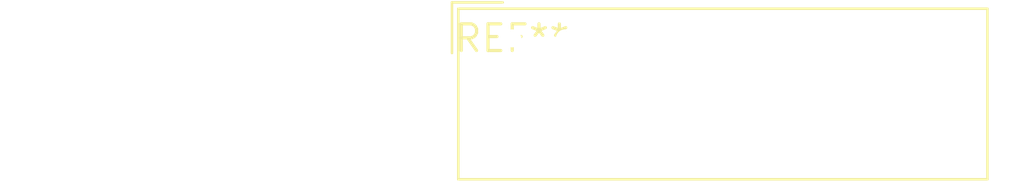
<source format=kicad_pcb>
(kicad_pcb (version 20240108) (generator pcbnew)
  (layers (0 "F.Cu" signal) (31 "B.Cu" signal) (34 "B.Paste" user) (35 "F.Paste" user) (36 "B.SilkS" user "B.Silkscreen") (37 "F.SilkS" user "F.Silkscreen") (38 "B.Mask" user) (39 "F.Mask" user) (44 "Edge.Cuts" user))
  (net 0 "")
  (footprint "Molex_SPOX_5268-09A_1x09_P2.50mm_Horizontal" (layer "F.Cu") (at 0 0)
    (property "Reference" "REF**")
    (property "Value" "Molex_SPOX_5268-09A_1x09_P2.50mm_Horizontal")
    (fp_line (start -2.86 -1.71) (end -0.45 -1.71) (layer "F.SilkS") (stroke (width 0.12)))
    (fp_line (start -2.86 0.7) (end -2.86 -1.71) (layer "F.SilkS") (stroke (width 0.12)))
    (fp_line (start -2.56 -1.41) (end -2.56 6.71) (layer "F.SilkS") (stroke (width 0.12)))
    (fp_line (start -2.56 6.71) (end 22.56 6.71) (layer "F.SilkS") (stroke (width 0.12)))
    (fp_line (start 22.56 -1.41) (end -2.56 -1.41) (layer "F.SilkS") (stroke (width 0.12)))
    (fp_line (start 22.56 6.71) (end 22.56 -1.41) (layer "F.SilkS") (stroke (width 0.12)))
    (pad "1" thru_hole roundrect (at 0 0) (size 1.7 1.85) (drill 0.85) (layers *.Cu *.Mask) (remove_unused_layers) (roundrect_rratio 0.147059))
    (pad "2" thru_hole oval (at 2.5 0) (size 1.7 1.85) (drill 0.85) (layers *.Cu *.Mask) (remove_unused_layers))
    (pad "3" thru_hole oval (at 5 0) (size 1.7 1.85) (drill 0.85) (layers *.Cu *.Mask) (remove_unused_layers))
    (pad "4" thru_hole oval (at 7.5 0) (size 1.7 1.85) (drill 0.85) (layers *.Cu *.Mask) (remove_unused_layers))
    (pad "5" thru_hole oval (at 10 0) (size 1.7 1.85) (drill 0.85) (layers *.Cu *.Mask) (remove_unused_layers))
    (pad "6" thru_hole oval (at 12.5 0) (size 1.7 1.85) (drill 0.85) (layers *.Cu *.Mask) (remove_unused_layers))
    (pad "7" thru_hole oval (at 15 0) (size 1.7 1.85) (drill 0.85) (layers *.Cu *.Mask) (remove_unused_layers))
    (pad "8" thru_hole oval (at 17.5 0) (size 1.7 1.85) (drill 0.85) (layers *.Cu *.Mask) (remove_unused_layers))
    (pad "9" thru_hole oval (at 20 0) (size 1.7 1.85) (drill 0.85) (layers *.Cu *.Mask) (remove_unused_layers))
  )
)
</source>
